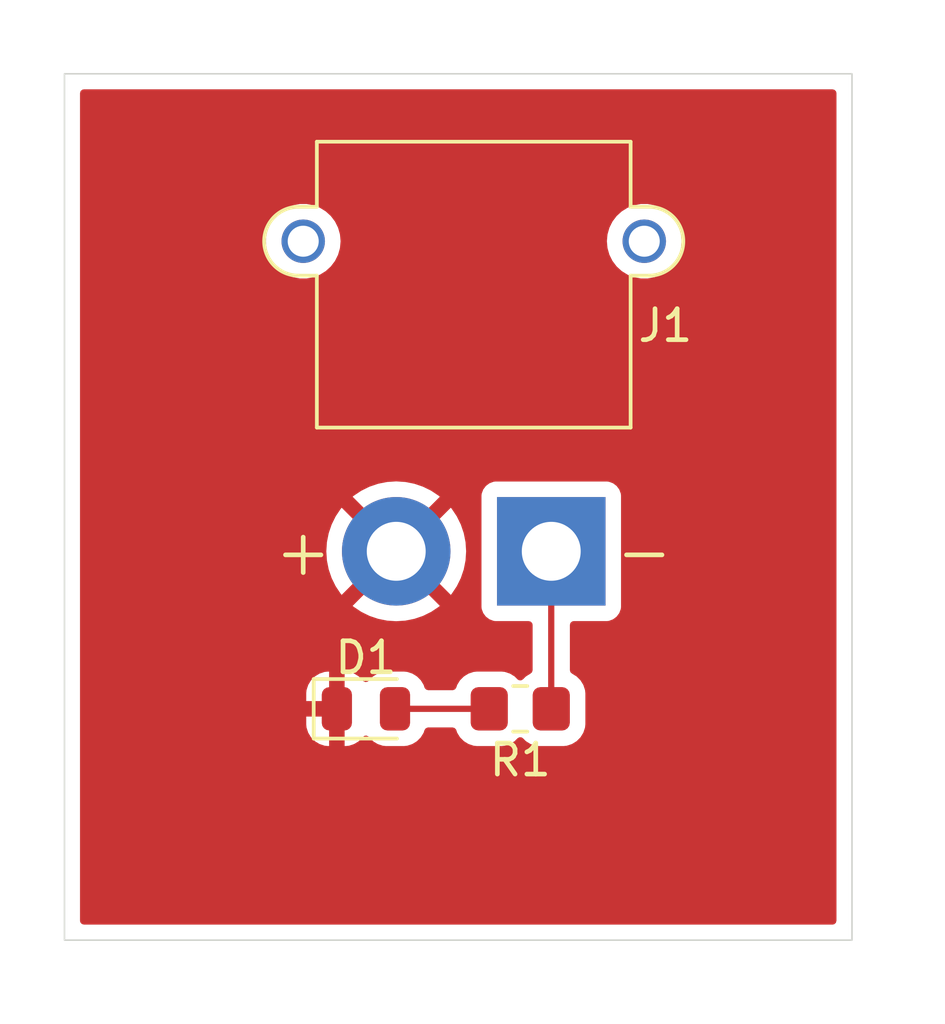
<source format=kicad_pcb>
(kicad_pcb (version 20240108) (generator "pcbnew") (generator_version "8.0")
  (layers (0 "F.Cu" signal) (31 "B.Cu" signal) (34 "B.Paste" user) (35 "F.Paste" user) (36 "B.SilkS" user "B.Silkscreen") (37 "F.SilkS" user "F.Silkscreen") (38 "B.Mask" user) (39 "F.Mask" user) (44 "Edge.Cuts" user))
  (net 0 "")
  (net 1 "GND")
  (net 2 "Net-(D1-A)")
  (net 3 "Net-(J1-Pin_1)")
  (footprint "Resistor_SMD:R_0805_2012Metric_Pad1.20x1.40mm_HandSolder" (layer "F.Cu") (at 146.32 86.36 180)
    (property "Reference" "R1" (at 0 -1.65 180) (layer "F.SilkS"))
    (property "Value" "2K2")
    (fp_line (start -0.227064 0.735) (end 0.227064 0.735) (stroke (width 0.12)) (layer "F.SilkS"))
    (fp_line (start -0.227064 -0.735) (end 0.227064 -0.735) (stroke (width 0.12)) (layer "F.SilkS"))
    (pad "1" smd roundrect (at -1 0 180) (size 1.2 1.4) (layers "F.Cu" "F.Paste" "F.Mask") (roundrect_rratio 0.208333) (net 3 "Net-(J1-Pin_1)"))
    (pad "2" smd roundrect (at 1 0 180) (size 1.2 1.4) (layers "F.Cu" "F.Paste" "F.Mask") (roundrect_rratio 0.208333) (net 2 "Net-(D1-A)"))
  )
  (footprint "Connector_AMASS:AMASS_XT30PW-M_1x02_P2.50mm_Horizontal" (layer "F.Cu") (at 147.32 81.28)
    (property "Reference" "J1" (at 3.68 -7.28 0) (layer "F.SilkS"))
    (property "Value" "Conn_01x02_Pin")
    (fp_line (start -8.15 -11.11) (end -7.56 -11.11) (stroke (width 0.12)) (layer "F.SilkS"))
    (fp_line (start -8.15 -8.89) (end -7.56 -8.89) (stroke (width 0.12)) (layer "F.SilkS"))
    (fp_line (start -7.56 -13.21) (end -7.56 -11.11) (stroke (width 0.12)) (layer "F.SilkS"))
    (fp_line (start -7.56 -13.21) (end 2.56 -13.21) (stroke (width 0.12)) (layer "F.SilkS"))
    (fp_line (start -7.56 -8.89) (end -7.56 -3.99) (stroke (width 0.12)) (layer "F.SilkS"))
    (fp_line (start -7.56 -3.99) (end 2.56 -3.99) (stroke (width 0.12)) (layer "F.SilkS"))
    (fp_line (start 2.56 -13.21) (end 2.56 -11.11) (stroke (width 0.12)) (layer "F.SilkS"))
    (fp_line (start 2.56 -11.11) (end 3.15 -11.11) (stroke (width 0.12)) (layer "F.SilkS"))
    (fp_line (start 2.56 -8.89) (end 2.56 -3.99) (stroke (width 0.12)) (layer "F.SilkS"))
    (fp_line (start 2.56 -8.89) (end 3.15 -8.89) (stroke (width 0.12)) (layer "F.SilkS"))
    (fp_arc (start -8.15 -8.89) (mid -9.26 -10) (end -8.15 -11.11) (stroke (width 0.12)) (layer "F.SilkS"))
    (fp_arc (start 3.15 -11.11) (mid 4.26 -10) (end 3.15 -8.89) (stroke (width 0.12)) (layer "F.SilkS"))
    (fp_text user "+" (at -8 0 0) (layer "F.SilkS") (effects (font (size 1.5 1.5))))
    (fp_text user "-" (at 3 0 0) (layer "F.SilkS") (effects (font (size 1.5 1.5))))
    (pad "" thru_hole circle (at -8 -10) (size 1.4 1.4) (drill 1) (layers "*.Cu" "*.Mask"))
    (pad "" thru_hole circle (at 3 -10) (size 1.4 1.4) (drill 1) (layers "*.Cu" "*.Mask"))
    (pad "1" thru_hole rect (at 0 0) (size 3.5 3.5) (drill 1.9) (layers "*.Cu" "*.Mask") (net 3 "Net-(J1-Pin_1)"))
    (pad "2" thru_hole circle (at -5 0) (size 3.5 3.5) (drill 1.9) (layers "*.Cu" "*.Mask") (net 1 "GND"))
  )
  (footprint "LED_SMD:LED_0805_2012Metric" (layer "F.Cu") (at 141.3425 86.36)
    (property "Reference" "D1" (at 0 -1.65 360) (layer "F.SilkS"))
    (property "Value" "LED")
    (fp_line (start -1.685 -0.96) (end -1.685 0.96) (stroke (width 0.12)) (layer "F.SilkS"))
    (fp_line (start -1.685 0.96) (end 1 0.96) (stroke (width 0.12)) (layer "F.SilkS"))
    (fp_line (start 1 -0.96) (end -1.685 -0.96) (stroke (width 0.12)) (layer "F.SilkS"))
    (pad "1" smd roundrect (at -0.9375 0) (size 0.975 1.4) (layers "F.Cu" "F.Paste" "F.Mask") (net 1 "GND"))
    (pad "2" smd roundrect (at 0.9375 0) (size 0.975 1.4) (layers "F.Cu" "F.Paste" "F.Mask") (net 2 "Net-(D1-A)"))
  )
  (gr_rect (start 131.62 65.88) (end 157.02 93.82) (stroke (width 0.05)) (fill none) (layer "Edge.Cuts"))
  (segment (start 145.32 86.36) (end 142.28 86.36) (width 0.2) (layer "F.Cu") (net 2))
  (segment (start 147.32 81.28) (end 147.32 86.36) (width 0.2) (layer "F.Cu") (net 3))
  (zone (net 1) (net_name "GND") (layer "F.Cu") (connect_pads (clearance 0.5)) (min_thickness 0.25) (fill yes (thermal_gap 0.5) (thermal_bridge_width 0.5))
    (polygon (pts (xy 129.54 63.5) (xy 129.54 96.52) (xy 160.02 96.52) (xy 160.02 63.5)))
  )
)
</source>
